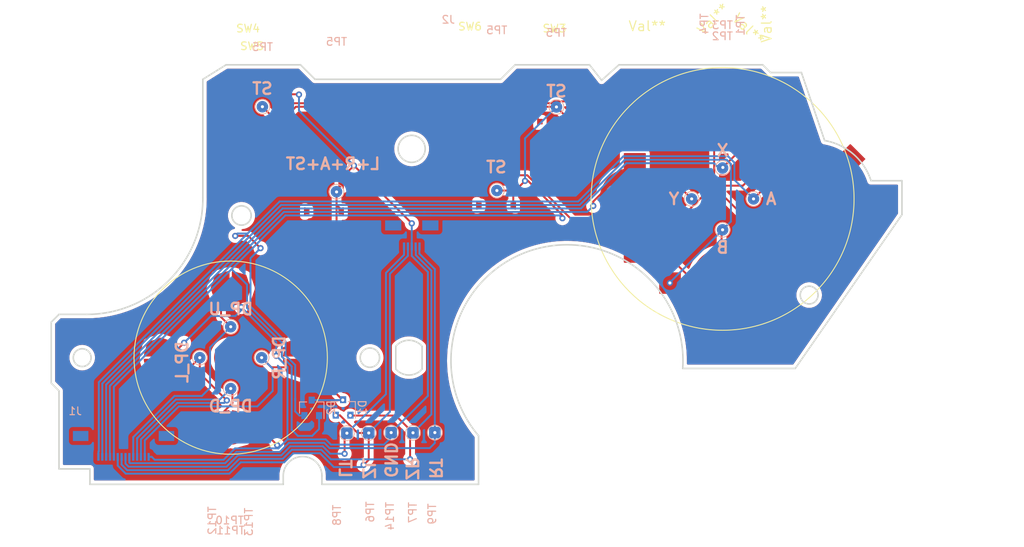
<source format=kicad_pcb>
(kicad_pcb (version 20211014) (generator pcbnew)
  (layers (0 "F.Cu" signal) (31 "B.Cu" signal) (34 "B.Paste" user) (35 "F.Paste" user) (36 "B.SilkS" user "B.Silkscreen") (37 "F.SilkS" user "F.Silkscreen") (38 "B.Mask" user) (39 "F.Mask" user) (44 "Edge.Cuts" user))
  (net 0 "")
  (net 1 "GND")
  (net 2 "BB_BTN_DP_R")
  (net 3 "BB_BTN_DP_L")
  (net 4 "BB_BTN_DP_D")
  (net 5 "BB_BTN_DP_U")
  (net 6 "BB_BTN_RT")
  (net 7 "BB_BTN_LT")
  (net 8 "BB_BTN_ZR")
  (net 9 "BB_BTN_ZL")
  (net 10 "BB_BTN_ST")
  (net 11 "BB_BTN_Y")
  (net 12 "BB_BTN_X")
  (net 13 "BB_BTN_B")
  (net 14 "BB_BTN_A")
  (net 15 "Net-(D1-Pad3)")
  (footprint "procon_gcc:procon_abxy" (layer "F.Cu") (at 166.00932 44.6659)
    (fp_text reference "SW1" hide)
    (fp_text value "procon_abxy" hide)
  )
  (footprint "procon_gcc:procon_dpad" (layer "F.Cu") (at 102.40518 65.21196)
    (fp_text reference "SW2" hide)
    (fp_text value "procon_dpad" hide)
  )
  (footprint "procon_gcc:TL3315NFxxxQ" (layer "F.Cu") (at 142.38486 31.16072)
    (fp_text reference "SW3")
    (fp_text value " TL3315NF100Q")
  )
  (footprint "procon_gcc:TL3315NFxxxQ" (layer "F.Cu") (at 112.234 42.804)
    (fp_text reference "SW4")
    (fp_text value " TL3315NF100Q")
  )
  (footprint "procon_gcc:TL3315NFxxxQ" (layer "F.Cu") (at 104.504 31.124)
    (fp_text reference "SW5")
    (fp_text value " TL3315NF100Q")
  )
  (footprint "procon_gcc:ABXY_Contact_Omron_Switch" (layer "F.Cu") (at 166.054 55.074 -90)
    (fp_text reference "Ref**" hide)
    (fp_text value "Val**")
  )
  (footprint "procon_gcc:ABXY_Contact_Omron_Switch" (layer "F.Cu") (at 166.054 34.304 45)
    (fp_text reference "Ref**" hide)
    (fp_text value "Val**")
  )
  (footprint "procon_gcc:ABXY_Contact_Omron_Switch" (layer "F.Cu") (at 154.134 44.684)
    (fp_text reference "Ref**" hide)
    (fp_text value "Val**")
  )
  (footprint "procon_gcc:TL3315NFxxxQ" (layer "F.Cu") (at 134.494 41.994)
    (fp_text reference "SW6")
    (fp_text value " TL3315NF100Q")
  )
  (footprint "procon_gcc:ABXY_Contact_Omron_Switch" (layer "F.Cu") (at 178.024 44.694 135)
    (fp_text reference "Ref**" hide)
    (fp_text value "Val**")
  )
  (footprint "TestPoint:TestPoint_Pad_D1.5mm" (layer "B.Cu") (at 162.00932 44.6659 90)
    (fp_text reference "TP4")
    (fp_text value "TestPoint")
  )
  (footprint "TestPoint:TestPoint_Pad_D1.5mm" (layer "B.Cu") (at 123.153 74.91)
    (fp_text reference "TP14")
    (fp_text value "TestPoint")
  )
  (footprint "TestPoint:TestPoint_Pad_D1.5mm" (layer "B.Cu") (at 117.428 74.985)
    (fp_text reference "TP8")
    (fp_text value "TestPoint")
  )
  (footprint "TestPoint:TestPoint_Pad_D1.5mm" (layer "B.Cu") (at 120.253 74.96)
    (fp_text reference "TP6")
    (fp_text value "TestPoint")
  )
  (footprint "TestPoint:TestPoint_Pad_D1.5mm" (layer "B.Cu") (at 125.978 74.935)
    (fp_text reference "TP7")
    (fp_text value "TestPoint")
  )
  (footprint "TestPoint:TestPoint_Pad_D1.5mm" (layer "B.Cu") (at 128.803 74.91)
    (fp_text reference "TP9")
    (fp_text value "TestPoint")
  )
  (footprint "TestPoint:TestPoint_Pad_D1.5mm" (layer "B.Cu") (at 166.00932 40.6659)
    (fp_text reference "TP3")
    (fp_text value "TestPoint")
  )
  (footprint "TestPoint:TestPoint_Pad_D1.5mm" (layer "B.Cu") (at 170.00932 44.6659 -90)
    (fp_text reference "TP1")
    (fp_text value "TestPoint")
  )
  (footprint "TestPoint:TestPoint_Pad_D1.5mm" (layer "B.Cu") (at 98.40518 65.21196 90)
    (fp_text reference "TP12")
    (fp_text value "TestPoint")
  )
  (footprint "TestPoint:TestPoint_Pad_D1.5mm" (layer "B.Cu") (at 106.40518 65.21196 -90)
    (fp_text reference "TP13")
    (fp_text value "TestPoint")
  )
  (footprint "TestPoint:TestPoint_Pad_D1.5mm" (layer "B.Cu") (at 102.40518 61.21196)
    (fp_text reference "TP10")
    (fp_text value "TestPoint")
  )
  (footprint "TestPoint:TestPoint_Pad_D1.5mm" (layer "B.Cu") (at 166.00932 48.6659 180)
    (fp_text reference "TP2")
    (fp_text value "TestPoint")
  )
  (footprint "procon_gcc:molex_5051100592_5P" (layer "B.Cu") (at 124.8189 50.8)
    (fp_text reference "J2")
    (fp_text value "bumpers")
  )
  (footprint "procon_gcc:molex_5051101492_14P" (layer "B.Cu") (at 85.3 78.05)
    (fp_text reference "J1")
    (fp_text value "Button Board")
  )
  (footprint "TestPoint:TestPoint_Pad_D1.5mm" (layer "B.Cu") (at 144.526 32.766)
    (fp_text reference "TP5")
    (fp_text value "TestPoint")
  )
  (footprint "TestPoint:TestPoint_Pad_D1.5mm" (layer "B.Cu") (at 102.40518 69.21196 180)
    (fp_text reference "TP11")
    (fp_text value "TestPoint")
  )
  (footprint "TestPoint:TestPoint_Pad_D1.5mm" (layer "B.Cu") (at 136.824 43.584)
    (fp_text reference "TP5")
    (fp_text value "TestPoint")
  )
  (footprint "TestPoint:TestPoint_Pad_D1.5mm" (layer "B.Cu") (at 116.084 43.734)
    (fp_text reference "TP5")
    (fp_text value "TestPoint")
  )
  (footprint "Package_TO_SOT_SMD:SOT-23" (layer "B.Cu") (at 116.944 71.654 90)
    (fp_text reference "D1")
    (fp_text value "BAV70")
  )
  (footprint "Package_TO_SOT_SMD:SOT-23" (layer "B.Cu") (at 112.884 71.704 90)
    (fp_text reference "D2")
    (fp_text value "BAV70")
  )
  (footprint "TestPoint:TestPoint_Pad_D1.5mm" (layer "B.Cu") (at 106.504 32.734)
    (fp_text reference "TP5")
    (fp_text value "TestPoint")
  )
  (gr_line (start 101.80328 27.312388) (end 98.80328 29.187081) (layer "Edge.Cuts") (width 0.2))
  (gr_line (start 148.803279 27.312388) (end 139.177971 27.312388) (layer "Edge.Cuts") (width 0.2))
  (gr_line (start 134.453278 81.612388) (end 134.453278 75.312388) (layer "Edge.Cuts") (width 0.2))
  (gr_line (start 189.203279 42.312388) (end 189.203279 46.712388) (layer "Edge.Cuts") (width 0.2))
  (gr_line (start 111.428589 27.312389) (end 101.80328 27.312388) (layer "Edge.Cuts") (width 0.2))
  (gr_line (start 123.753279 66.686329) (end 123.753279 63.738448) (layer "Edge.Cuts") (width 0.2))
  (gr_line (start 109.20328 81.612388) (end 84.20328 81.612388) (layer "Edge.Cuts") (width 0.2))
  (gr_circle (center 177.203279 57.112388) (end 177.203279 58.262388) (layer "Edge.Cuts") (width 0.2) (fill none))
  (gr_line (start 80.20328 79.612388) (end 80.203281 69.512388) (layer "Edge.Cuts") (width 0.2))
  (gr_line (start 114.203279 80.512388) (end 114.203279 81.612388) (layer "Edge.Cuts") (width 0.2))
  (gr_line (start 109.203279 80.512391) (end 109.20328 81.612388) (layer "Edge.Cuts") (width 0.2))
  (gr_line (start 175.403279 66.612387) (end 160.853279 66.612387) (layer "Edge.Cuts") (width 0.2))
  (gr_arc (start 109.203279 80.51239) (mid 111.703278 78.012388) (end 114.203279 80.512388) (layer "Edge.Cuts") (width 0.2))
  (gr_line (start 80.203281 59.612387) (end 83.803279 59.612387) (layer "Edge.Cuts") (width 0.2))
  (gr_line (start 189.203279 46.712388) (end 175.403279 66.612387) (layer "Edge.Cuts") (width 0.2))
  (gr_line (start 127.153278 63.738448) (end 127.153277 66.686329) (layer "Edge.Cuts") (width 0.2))
  (gr_arc (start 179.203279 37.112388) (mid 182.928217 38.875921) (end 185.203279 42.312388) (layer "Edge.Cuts") (width 0.2))
  (gr_arc (start 127.153278 66.686328) (mid 125.453279 67.462388) (end 123.753279 66.686329) (layer "Edge.Cuts") (width 0.2))
  (gr_line (start 98.80328 29.187081) (end 98.80328 44.612388) (layer "Edge.Cuts") (width 0.2))
  (gr_line (start 79.20328 68.512387) (end 79.203279 60.612388) (layer "Edge.Cuts") (width 0.2))
  (gr_line (start 185.203279 42.312388) (end 189.203279 42.312388) (layer "Edge.Cuts") (width 0.2))
  (gr_circle (center 120.40328 65.212387) (end 120.40328 66.462387) (layer "Edge.Cuts") (width 0.2) (fill none))
  (gr_line (start 148.803279 27.312388) (end 150.367211 29.312388) (layer "Edge.Cuts") (width 0.2))
  (gr_circle (center 103.80328 46.812389) (end 103.80328 48.062389) (layer "Edge.Cuts") (width 0.2) (fill none))
  (gr_line (start 150.367211 29.312388) (end 152.603279 27.312388) (layer "Edge.Cuts") (width 0.2))
  (gr_line (start 79.203279 60.612388) (end 80.203281 59.612387) (layer "Edge.Cuts") (width 0.2))
  (gr_line (start 139.177971 27.312388) (end 137.303279 29.18708) (layer "Edge.Cuts") (width 0.2))
  (gr_arc (start 123.753278 63.738448) (mid 125.453278 62.962388) (end 127.153278 63.738448) (layer "Edge.Cuts") (width 0.2))
  (gr_line (start 176.203279 28.312388) (end 179.203279 37.112388) (layer "Edge.Cuts") (width 0.2))
  (gr_line (start 84.20328 79.612388) (end 84.20328 81.612388) (layer "Edge.Cuts") (width 0.2))
  (gr_line (start 134.453278 81.612388) (end 114.203279 81.612388) (layer "Edge.Cuts") (width 0.2))
  (gr_arc (start 98.803279 44.612388) (mid 94.40988 55.218989) (end 83.803279 59.612387) (layer "Edge.Cuts") (width 0.2))
  (gr_line (start 113.30328 29.187081) (end 111.428589 27.312389) (layer "Edge.Cuts") (width 0.2))
  (gr_line (start 84.20328 79.612388) (end 80.20328 79.612388) (layer "Edge.Cuts") (width 0.2))
  (gr_line (start 171.203279 27.312388) (end 172.203279 28.312388) (layer "Edge.Cuts") (width 0.2))
  (gr_line (start 137.303279 29.18708) (end 113.30328 29.187081) (layer "Edge.Cuts") (width 0.2))
  (gr_line (start 172.203279 28.312388) (end 176.203279 28.312388) (layer "Edge.Cuts") (width 0.2))
  (gr_circle (center 83.20328 65.212387) (end 83.20328 66.362387) (layer "Edge.Cuts") (width 0.2) (fill none))
  (gr_line (start 171.203279 27.312388) (end 152.603279 27.312388) (layer "Edge.Cuts") (width 0.2))
  (gr_line (start 80.203281 69.512388) (end 79.20328 68.512387) (layer "Edge.Cuts") (width 0.2))
  (gr_circle (center 125.803279 38.187081) (end 125.803279 39.937081) (layer "Edge.Cuts") (width 0.2) (fill none))
  (gr_arc (start 134.453277 75.312389) (mid 141.19243 51.357058) (end 160.853279 66.612387) (layer "Edge.Cuts") (width 0.2))
  (gr_text "ZL" (at 120.238 79.574 270) (layer "B.SilkS") (effects (font (size 1.5 1.5) (thickness 0.3)) (justify mirror)))
  (gr_text "GND" (at 123.084 78.454 270) (layer "B.SilkS") (effects (font (size 1.5 1.5) (thickness 0.3)) (justify mirror)))
  (gr_text "ZR" (at 125.826 79.574 270) (layer "B.SilkS") (effects (font (size 1.5 1.5) (thickness 0.3)) (justify mirror)))
  (gr_text "RT" (at 128.874 79.574 270) (layer "B.SilkS") (effects (font (size 1.5 1.5) (thickness 0.3)) (justify mirror)))
  (gr_text "LT" (at 117.19 79.574 270) (layer "B.SilkS") (effects (font (size 1.5 1.5) (thickness 0.3)) (justify mirror)))
  (gr_text "DP_D" (at 102.40518 71.49592) (layer "B.SilkS") (effects (font (size 1.5 1.5) (thickness 0.3)) (justify mirror)))
  (gr_text "DP_L" (at 96.12122 65.786 90) (layer "B.SilkS") (effects (font (size 1.5 1.5) (thickness 0.3)) (justify mirror)))
  (gr_text "DP_R" (at 108.68914 65.21196 90) (layer "B.SilkS") (effects (font (size 1.5 1.5) (thickness 0.3)) (justify mirror)))
  (gr_text "ST" (at 144.526 30.734) (layer "B.SilkS") (effects (font (size 1.5 1.5) (thickness 0.3)) (justify mirror)))
  (gr_text "Y" (at 159.72536 44.6659) (layer "B.SilkS") (effects (font (size 1.5 1.5) (thickness 0.3)) (justify mirror)))
  (gr_text "X" (at 166.00932 38.38194) (layer "B.SilkS") (effects (font (size 1.5 1.5) (thickness 0.3)) (justify mirror)))
  (gr_text "A" (at 172.29328 44.6659) (layer "B.SilkS") (effects (font (size 1.5 1.5) (thickness 0.3)) (justify mirror)))
  (gr_text "B" (at 166.00932 50.94986) (layer "B.SilkS") (effects (font (size 1.5 1.5) (thickness 0.3)) (justify mirror)))
  (gr_text "DP_U" (at 102.40518 58.928) (layer "B.SilkS") (effects (font (size 1.5 1.5) (thickness 0.3)) (justify mirror)))
  (gr_text "ST" (at 106.504 30.394) (layer "B.SilkS") (effects (font (size 1.5 1.5) (thickness 0.3)) (justify mirror)))
  (gr_text "ST" (at 136.754 40.554) (layer "B.SilkS") (effects (font (size 1.5 1.5) (thickness 0.3)) (justify mirror)))
  (gr_text "L+R+A+ST" (at 115.634 40.124) (layer "B.SilkS") (effects (font (size 1.5 1.5) (thickness 0.3)) (justify mirror)))
  (segment (start 141.23107 42.07693) (end 146.62004 47.4659) (width 0.25) (layer "F.Cu") (net 1))
  (segment (start 169.3259 47.4859) (end 164.794111 42.954111) (width 0.25) (layer "F.Cu") (net 1))
  (segment (start 103.65518 74.24196) (end 106.12196 74.24196) (width 0.25) (layer "F.Cu") (net 1))
  (segment (start 116.684 42.014) (end 118.344 40.354) (width 0.25) (layer "F.Cu") (net 1))
  (segment (start 110.11599 32.28599) (end 114.90201 32.28599) (width 0.25) (layer "F.Cu") (net 1))
  (segment (start 103.65518 56.24196) (end 103.65518 58.55518) (width 0.25) (layer "F.Cu") (net 1))
  (segment (start 169.114 42.474) (end 168.994 42.594) (width 0.25) (layer "F.Cu") (net 1))
  (segment (start 108.954 31.124) (end 110.11599 32.28599) (width 0.25) (layer "F.Cu") (net 1))
  (segment (start 111.194 31.124) (end 111.234 31.164) (width 0.25) (layer "F.Cu") (net 1))
  (segment (start 109.29604 63.96196) (end 108.284 64.974) (width 0.25) (layer "F.Cu") (net 1))
  (segment (start 154.05932 47.4659) (end 160.282322 47.4659) (width 0.25) (layer "F.Cu") (net 1))
  (segment (start 154.694 48.234) (end 155.184 48.234) (width 0.25) (layer "F.Cu") (net 1))
  (segment (start 95.70604 63.96196) (end 96.384 63.284) (width 0.25) (layer "F.Cu") (net 1))
  (segment (start 125.8189 47.8289) (end 120.824 42.834) (width 0.25) (layer "F.Cu") (net 1))
  (segment (start 144.201 32.041) (end 145.95458 32.041) (width 0.25) (layer "F.Cu") (net 1))
  (segment (start 114.90201 32.28599) (end 114.02599 32.28599) (width 0.25) (layer "F.Cu") (net 1))
  (segment (start 145.95458 32.041) (end 146.83486 31.16072) (width 0.25) (layer "F.Cu") (net 1))
  (segment (start 106.12196 74.24196) (end 108.414 76.534) (width 0.25) (layer "F.Cu") (net 1))
  (segment (start 93.39018 63.96196) (end 95.70604 63.96196) (width 0.25) (layer "F.Cu") (net 1))
  (segment (start 164.794111 42.954111) (end 168.633889 42.954111) (width 0.25) (layer "F.Cu") (net 1))
  (segment (start 164.794111 42.954111) (end 164.921623 42.826599) (width 0.25) (layer "F.Cu") (net 1))
  (segment (start 146.83486 31.18314) (end 146.834 31.184) (width 0.25) (layer "F.Cu") (net 1))
  (segment (start 160.282322 47.4659) (end 164.794111 42.954111) (width 0.25) (layer "F.Cu") (net 1))
  (segment (start 108.954 31.124) (end 111.194 31.124) (width 0.25) (layer "F.Cu") (net 1))
  (segment (start 139.086 32.286) (end 143.980695 32.286) (width 0.25) (layer "F.Cu") (net 1))
  (segment (start 103.65518 58.55518) (end 103.764 58.664) (width 0.25) (layer "F.Cu") (net 1))
  (segment (start 139.328418 41.609582) (end 140.763722 41.609582) (width 0.25) (layer "F.Cu") (net 1))
  (segment (start 146.83486 31.16072) (end 146.83486 31.18314) (width 0.25) (layer "F.Cu") (net 1))
  (segment (start 120.824 42.834) (end 118.344 40.354) (width 0.25) (layer "F.Cu") (net 1))
  (segment (start 155.884 50.484) (end 154.844 51.524) (width 0.25) (layer "F.Cu") (net 1))
  (segment (start 172.594 38.994) (end 169.114 42.474) (width 0.25) (layer "F.Cu") (net 1))
  (segment (start 103.65518 74.24196) (end 103.65518 74.31518) (width 0.25) (layer "F.Cu") (net 1))
  (segment (start 163.237671 57.8559) (end 165.95932 57.8559) (width 0.25) (layer "F.Cu") (net 1))
  (segment (start 165.98932 37.0759) (end 152.75004 37.0759) (width 0.25) (layer "F.Cu") (net 1))
  (segment (start 103.65518 56.24196) (end 103.65518 56.25518) (width 0.25) (layer "F.Cu") (net 1))
  (segment (start 168.866536 57.8559) (end 177.87932 48.843116) (width 0.25) (layer "F.Cu") (net 1))
  (segment (start 165.95932 57.8559) (end 168.866536 57.8559) (width 0.25) (layer "F.Cu") (net 1))
  (segment (start 111.39018 63.96196) (end 109.29604 63.96196) (width 0.25) (layer "F.Cu") (net 1))
  (segment (start 103.65518 56.25518) (end 103.764 56.364) (width 0.25) (layer "F.Cu") (net 1))
  (segment (start 152.75004 37.0759) (end 146.83486 31.16072) (width 0.25) (layer "F.Cu") (net 1))
  (segment (start 119.904 41.914) (end 120.824 42.834) (width 0.25) (layer "F.Cu") (net 1))
  (segment (start 146.62004 47.4659) (end 154.05932 47.4659) (width 0.25) (layer "F.Cu") (net 1))
  (segment (start 116.684 42.804) (end 116.684 42.014) (width 0.25) (layer "F.Cu") (net 1))
  (segment (start 155.184 48.234) (end 161.384 54.434) (width 0.25) (layer "F.Cu") (net 1))
  (segment (start 103.65518 74.31518) (end 103.674 74.334) (width 0.25) (layer "F.Cu") (net 1))
  (segment (start 165.994 59.599) (end 163.349 59.599) (width 0.25) (layer "F.Cu") (net 1))
  (segment (start 164.921623 42.826599) (end 164.921623 38.143597) (width 0.25) (layer "F.Cu") (net 1))
  (segment (start 168.633889 42.954111) (end 169.114 42.474) (width 0.25) (layer "F.Cu") (net 1))
  (segment (start 144.201 32.065695) (end 144.201 32.041) (width 0.25) (layer "F.Cu") (net 1))
  (segment (start 155.884 48.864) (end 155.884 50.484) (width 0.25) (layer "F.Cu") (net 1))
  (segment (start 161.384 54.434) (end 161.384 56.00294) (width 0.25) (layer "F.Cu") (net 1))
  (segment (start 143.980695 32.286) (end 144.201 32.065695) (width 0.25) (layer "F.Cu") (net 1))
  (segment (start 165.994 58.209) (end 165.994 59.599) (width 0.25) (layer "F.Cu") (net 1))
  (segment (start 140.763722 41.609582) (end 141.23107 42.07693) (width 0.25) (layer "F.Cu") (net 1))
  (segment (start 138.944 41.994) (end 139.328418 41.609582) (width 0.25) (layer "F.Cu") (net 1))
  (segment (start 164.921623 38.143597) (end 165.98932 37.0759) (width 0.25) (layer "F.Cu") (net 1))
  (segment (start 177.87932 48.843116) (end 177.87932 47.4859) (width 0.25) (layer "F.Cu") (net 1))
  (segment (start 139.08599 32.28599) (end 139.086 32.286) (width 0.25) (layer "F.Cu") (net 1))
  (segment (start 177.87932 47.4859) (end 169.3259 47.4859) (width 0.25) (layer "F.Cu") (net 1))
  (segment (start 139.08599 32.28599) (end 114.90201 32.28599) (width 0.25) (layer "F.Cu") (net 1))
  (segment (start 163.349 59.599) (end 161.384 57.634) (width 0.25) (layer "F.Cu") (net 1))
  (segment (start 161.384 57.634) (end 161.384 54.434) (width 0.25) (layer "F.Cu") (net 1))
  (via (at 103.764 58.664) (size 0.8) (drill 0.4) (layers "F.Cu" "B.Cu") (net 1))
  (via (at 125.8189 47.8289) (size 0.8) (drill 0.4) (layers "F.Cu" "B.Cu") (net 1))
  (via (at 96.384 63.284) (size 0.8) (drill 0.4) (layers "F.Cu" "B.Cu") (net 1))
  (via (at 118.344 40.354) (size 0.8) (drill 0.4) (layers "F.Cu" "B.Cu") (net 1))
  (via (at 123.153 74.91) (size 0.8) (drill 0.4) (layers "F.Cu" "B.Cu") (net 1))
  (via (at 108.414 76.534) (size 0.8) (drill 0.4) (layers "F.Cu" "B.Cu") (net 1))
  (via (at 108.284 64.974) (size 0.8) (drill 0.4) (layers "F.Cu" "B.Cu") (net 1))
  (via (at 111.234 31.164) (size 0.8) (drill 0.4) (layers "F.Cu" "B.Cu") (net 1))
  (segment (start 108.414 76.534) (end 108.5738 76.6938) (width 0.25) (layer "B.Cu") (net 1))
  (segment (start 102.869 77.049) (end 102.96182 76.95618) (width 0.25) (layer "B.Cu") (net 1))
  (segment (start 108.5738 76.6938) (end 108.5738 76.95618) (width 0.25) (layer "B.Cu") (net 1))
  (segment (start 100.214 59.824) (end 101.034 59.824) (width 0.25) (layer "B.Cu") (net 1))
  (segment (start 107.30618 76.95618) (end 108.5738 76.95618) (width 0.25) (layer "B.Cu") (net 1))
  (segment (start 101.034 59.824) (end 101.564 59.824) (width 0.25) (layer "B.Cu") (net 1))
  (segment (start 102.96182 76.95618) (end 107.30618 76.95618) (width 0.25) (layer "B.Cu") (net 1))
  (segment (start 111.234 33.244) (end 111.234 31.164) (width 0.25) (layer "B.Cu") (net 1))
  (segment (start 103.764 58.664) (end 103.764 59.074) (width 0.25) (layer "B.Cu") (net 1))
  (segment (start 108.284 64.974) (end 108.284 63.184) (width 0.25) (layer "B.Cu") (net 1))
  (segment (start 103.014 59.824) (end 101.034 59.824) (width 0.25) (layer "B.Cu") (net 1))
  (segment (start 125.8189 50.8) (end 125.8189 47.8289) (width 0.25) (layer "B.Cu") (net 1))
  (segment (start 101.493009 78.424991) (end 102.869 77.049) (width 0.25) (layer "B.Cu") (net 1))
  (segment (start 127.90298 70.16002) (end 127.90298 54.12939) (width 0.25) (layer "B.Cu") (net 1))
  (segment (start 127.90298 54.12939) (end 125.8189 52.04531) (width 0.25) (layer "B.Cu") (net 1))
  (segment (start 114.693476 75.787836) (end 115.374628 76.468988) (width 0.25) (layer "B.Cu") (net 1))
  (segment (start 118.344 40.354) (end 111.234 33.244) (width 0.25) (layer "B.Cu") (net 1))
  (segment (start 115.374628 76.468988) (end 122.229012 76.468988) (width 0.25) (layer "B.Cu") (net 1))
  (segment (start 92.574991 78.424991) (end 101.493009 78.424991) (width 0.25) (layer "B.Cu") (net 1))
  (segment (start 109.742149 75.787835) (end 114.693476 75.787836) (width 0.25) (layer "B.Cu") (net 1))
  (segment (start 108.284 63.184) (end 103.764 58.664) (width 0.25) (layer "B.Cu") (net 1))
  (segment (start 96.384 63.284) (end 99.844 59.824) (width 0.25) (layer "B.Cu") (net 1))
  (segment (start 91.8 78.05) (end 92.2 78.05) (width 0.25) (layer "B.Cu") (net 1))
  (segment (start 108.5738 76.95618) (end 109.742149 75.787835) (width 0.25) (layer "B.Cu") (net 1))
  (segment (start 123.153 75.545) (end 123.153 74.91) (width 0.25) (layer "B.Cu") (net 1))
  (segment (start 103.764 59.074) (end 103.014 59.824) (width 0.25) (layer "B.Cu") (net 1))
  (segment (start 122.229012 76.468988) (end 123.153 75.545) (width 0.25) (layer "B.Cu") (net 1))
  (segment (start 109.742149 66.432149) (end 108.284 64.974) (width 0.25) (layer "B.Cu") (net 1))
  (segment (start 123.153 74.91) (end 127.90298 70.16002) (width 0.25) (layer "B.Cu") (net 1))
  (segment (start 92.2 78.05) (end 92.574991 78.424991) (width 0.25) (layer "B.Cu") (net 1))
  (segment (start 99.844 59.824) (end 100.214 59.824) (width 0.25) (layer "B.Cu") (net 1))
  (segment (start 109.742149 75.787835) (end 109.742149 66.432149) (width 0.25) (layer "B.Cu") (net 1))
  (segment (start 125.8189 52.04531) (end 125.8189 50.8) (width 0.25) (layer "B.Cu") (net 1))
  (segment (start 107.65518 66.46196) (end 106.40518 65.21196) (width 0.25) (layer "F.Cu") (net 2))
  (segment (start 111.38018 66.46196) (end 107.65518 66.46196) (width 0.25) (layer "F.Cu") (net 2))
  (via (at 106.40518 65.21196) (size 0.8) (drill 0.4) (layers "F.Cu" "B.Cu") (net 2))
  (segment (start 107.83399 69.52401) (end 107.83399 66.64077) (width 0.25) (layer "B.Cu") (net 2))
  (segment (start 91.3 75.914998) (end 95.692499 71.522499) (width 0.25) (layer "B.Cu") (net 2))
  (segment (start 91.3 78.05) (end 91.3 75.914998) (width 0.25) (layer "B.Cu") (net 2))
  (segment (start 105.849091 71.522499) (end 107.094 70.27759) (width 0.25) (layer "B.Cu") (net 2))
  (segment (start 95.692499 71.522499) (end 105.849091 71.522499) (width 0.25) (layer "B.Cu") (net 2))
  (segment (start 107.83399 66.64077) (end 106.40518 65.21196) (width 0.25) (layer "B.Cu") (net 2))
  (segment (start 107.094 70.27759) (end 107.094 70.264) (width 0.25) (layer "B.Cu") (net 2))
  (segment (start 107.094 70.264) (end 107.83399 69.52401) (width 0.25) (layer "B.Cu") (net 2))
  (segment (start 98.40518 67.24518) (end 98.40518 65.21196) (width 0.25) (layer "F.Cu") (net 3))
  (segment (start 101.901223 70.741223) (end 98.40518 67.24518) (width 0.25) (layer "F.Cu") (net 3))
  (segment (start 93.38018 66.46196) (end 97.15518 66.46196) (width 0.25) (layer "F.Cu") (net 3))
  (segment (start 97.15518 66.46196) (end 98.40518 65.21196) (width 0.25) (layer "F.Cu") (net 3))
  (via (at 98.40518 65.21196) (size 0.8) (drill 0.4) (layers "F.Cu" "B.Cu") (net 3))
  (via (at 101.901223 70.741223) (size 0.8) (drill 0.4) (layers "F.Cu" "B.Cu") (net 3))
  (segment (start 90.8 75.778588) (end 95.506099 71.072489) (width 0.25) (layer "B.Cu") (net 3))
  (segment (start 101.569957 71.072489) (end 101.901223 70.741223) (width 0.25) (layer "B.Cu") (net 3))
  (segment (start 100.025511 71.072489) (end 101.569957 71.072489) (width 0.25) (layer "B.Cu") (net 3))
  (segment (start 95.506099 71.072489) (end 100.025511 71.072489) (width 0.25) (layer "B.Cu") (net 3))
  (segment (start 90.8 78.05) (end 90.8 75.778588) (width 0.25) (layer "B.Cu") (net 3))
  (segment (start 102.626224 69.433004) (end 102.40518 69.21196) (width 0.25) (layer "F.Cu") (net 4))
  (segment (start 101.15518 74.23196) (end 101.15518 72.560268) (width 0.25) (layer "F.Cu") (net 4))
  (segment (start 101.15518 72.560268) (end 102.626224 71.089224) (width 0.25) (layer "F.Cu") (net 4))
  (segment (start 102.626224 71.089224) (end 102.626224 69.433004) (width 0.25) (layer "F.Cu") (net 4))
  (via (at 102.40518 69.21196) (size 0.8) (drill 0.4) (layers "F.Cu" "B.Cu") (net 4))
  (segment (start 90.349991 75.592187) (end 95.319699 70.622479) (width 0.25) (layer "B.Cu") (net 4))
  (segment (start 100.994661 70.622479) (end 102.40518 69.21196) (width 0.25) (layer "B.Cu") (net 4))
  (segment (start 90.34999 75.642178) (end 90.349991 75.592187) (width 0.25) (layer "B.Cu") (net 4))
  (segment (start 90.3 75.642178) (end 90.34999 75.642178) (width 0.25) (layer "B.Cu") (net 4))
  (segment (start 90.3 78.05) (end 90.3 75.642178) (width 0.25) (layer "B.Cu") (net 4))
  (segment (start 95.319699 70.622479) (end 100.994661 70.622479) (width 0.25) (layer "B.Cu") (net 4))
  (segment (start 101.15518 59.96196) (end 102.40518 61.21196) (width 0.25) (layer "F.Cu") (net 5))
  (segment (start 101.15518 56.23196) (end 101.15518 59.96196) (width 0.25) (layer "F.Cu") (net 5))
  (via (at 102.40518 61.21196) (size 0.8) (drill 0.4) (layers "F.Cu" "B.Cu") (net 5))
  (segment (start 89.8 78.05) (end 89.8 75.505768) (width 0.25) (layer "B.Cu") (net 5))
  (segment (start 89.8 75.505768) (end 95.133299 70.172469) (width 0.25) (layer "B.Cu") (net 5))
  (segment (start 99.734 63.88314) (end 102.40518 61.21196) (width 0.25) (layer "B.Cu") (net 5))
  (segment (start 98.675531 70.172469) (end 99.734 69.114) (width 0.25) (layer "B.Cu") (net 5))
  (segment (start 99.734 69.114) (end 99.734 63.88314) (width 0.25) (layer "B.Cu") (net 5))
  (segment (start 95.133299 70.172469) (end 98.675531 70.172469) (width 0.25) (layer "B.Cu") (net 5))
  (via (at 128.803 74.91) (size 0.8) (drill 0.4) (layers "F.Cu" "B.Cu") (net 6))
  (segment (start 126.804 50.994) (end 126.804 51.75759) (width 0.25) (layer "B.Cu") (net 6))
  (segment (start 114.507075 76.237845) (end 115.188228 76.918998) (width 0.25) (layer "B.Cu") (net 6))
  (segment (start 128.803 53.75659) (end 128.803 53.955) (width 0.25) (layer "B.Cu") (net 6))
  (segment (start 115.188228 76.918998) (end 128.139002 76.918998) (width 0.25) (layer "B.Cu") (net 6))
  (segment (start 128.139002 76.918998) (end 128.803 76.255) (width 0.25) (layer "B.Cu") (net 6))
  (segment (start 126.8189 50.9791) (end 126.804 50.994) (width 0.25) (layer "B.Cu") (net 6))
  (segment (start 89.389999 78.875001) (end 101.679409 78.875001) (width 0.25) (layer "B.Cu") (net 6))
  (segment (start 89.3 78.785002) (end 89.389999 78.875001) (width 0.25) (layer "B.Cu") (net 6))
  (segment (start 126.8189 50.8) (end 126.8189 50.9791) (width 0.25) (layer "B.Cu") (net 6))
  (segment (start 89.3 78.05) (end 89.3 78.785002) (width 0.25) (layer "B.Cu") (net 6))
  (segment (start 109.928548 76.237844) (end 114.507075 76.237845) (width 0.25) (layer "B.Cu") (net 6))
  (segment (start 101.679409 78.875001) (end 103.14822 77.40619) (width 0.25) (layer "B.Cu") (net 6))
  (segment (start 126.804 51.75759) (end 128.803 53.75659) (width 0.25) (layer "B.Cu") (net 6))
  (segment (start 128.803 74.91) (end 128.803 53.955) (width 0.25) (layer "B.Cu") (net 6))
  (segment (start 128.803 76.255) (end 128.803 74.91) (width 0.25) (layer "B.Cu") (net 6))
  (segment (start 108.760199 77.40619) (end 109.928548 76.237844) (width 0.25) (layer "B.Cu") (net 6))
  (segment (start 103.14822 77.40619) (end 108.760199 77.40619) (width 0.25) (layer "B.Cu") (net 6))
  (segment (start 117.134 77.643999) (end 117.134 75.279) (width 0.25) (layer "F.Cu") (net 7))
  (segment (start 117.134 75.279) (end 117.428 74.985) (width 0.25) (layer "F.Cu") (net 7))
  (via (at 117.428 74.985) (size 0.8) (drill 0.4) (layers "F.Cu" "B.Cu") (net 7))
  (via (at 117.134 77.643999) (size 0.8) (drill 0.4) (layers "F.Cu" "B.Cu") (net 7))
  (segment (start 114.320674 76.687854) (end 115.276819 77.643999) (width 0.25) (layer "B.Cu") (net 7))
  (segment (start 122.4815 54.2365) (end 124.8189 51.8991) (width 0.25) (layer "B.Cu") (net 7))
  (segment (start 124.8189 51.8991) (end 124.8189 50.8) (width 0.25) (layer "B.Cu") (net 7))
  (segment (start 101.86581 79.32501) (end 103.33462 77.8562) (width 0.25) (layer "B.Cu") (net 7))
  (segment (start 103.33462 77.8562) (end 108.946598 77.8562) (width 0.25) (layer "B.Cu") (net 7))
  (segment (start 115.276819 77.643999) (end 117.134 77.643999) (width 0.25) (layer "B.Cu") (net 7))
  (segment (start 89.203599 79.325011) (end 101.86581 79.32501) (width 0.25) (layer "B.Cu") (net 7))
  (segment (start 88.8 78.05) (end 88.8 78.921412) (width 0.25) (layer "B.Cu") (net 7))
  (segment (start 88.8 78.921412) (end 89.203599 79.325011) (width 0.25) (layer "B.Cu") (net 7))
  (segment (start 122.4815 69.9315) (end 122.4815 54.2365) (width 0.25) (layer "B.Cu") (net 7))
  (segment (start 108.946598 77.8562) (end 110.114947 76.687853) (width 0.25) (layer "B.Cu") (net 7))
  (segment (start 117.428 74.985) (end 122.4815 69.9315) (width 0.25) (layer "B.Cu") (net 7))
  (segment (start 110.114947 76.687853) (end 114.320674 76.687854) (width 0.25) (layer "B.Cu") (net 7))
  (segment (start 117.864 72.704) (end 123.747 72.704) (width 0.25) (layer "F.Cu") (net 8))
  (segment (start 125.978 74.935) (end 123.8205 72.7775) (width 0.25) (layer "F.Cu") (net 8))
  (segment (start 125.604 78.364) (end 125.604 75.309) (width 0.25) (layer "F.Cu") (net 8))
  (segment (start 125.604 75.309) (end 125.978 74.935) (width 0.25) (layer "F.Cu") (net 8))
  (segment (start 123.747 72.704) (end 123.8205 72.7775) (width 0.25) (layer "F.Cu") (net 8))
  (via (at 125.978 74.935) (size 0.8) (drill 0.4) (layers "F.Cu" "B.Cu") (net 8))
  (via (at 117.864 72.704) (size 0.8) (drill 0.4) (layers "F.Cu" "B.Cu") (net 8))
  (via (at 125.604 78.364) (size 0.8) (drill 0.4) (layers "F.Cu" "B.Cu") (net 8))
  (segment (start 127.939 72.969) (end 128.35299 72.55501) (width 0.25) (layer "B.Cu") (net 8))
  (segment (start 126.3189 51.3189) (end 126.343899 51.343899) (width 0.25) (layer "B.Cu") (net 8))
  (segment (start 110.301346 77.137862) (end 114.134273 77.137863) (width 0.25) (layer "B.Cu") (net 8))
  (segment (start 126.343899 51.343899) (end 126.343899 51.933899) (width 0.25) (layer "B.Cu") (net 8))
  (segment (start 126.3189 50.8) (end 126.3189 51.3189) (width 0.25) (layer "B.Cu") (net 8))
  (segment (start 88.3 78.05) (end 88.3 79.057822) (width 0.25) (layer "B.Cu") (net 8))
  (segment (start 125.978 74.935) (end 127.939 72.974) (width 0.25) (layer "B.Cu") (net 8))
  (segment (start 98.832979 79.775021) (end 99.154 79.775021) (width 0.25) (layer "B.Cu") (net 8))
  (segment (start 128.35299 72.55501) (end 128.35299 53.94299) (width 0.25) (layer "B.Cu") (net 8))
  (segment (start 109.132998 78.30621) (end 110.301346 77.137862) (width 0.25) (layer "B.Cu") (net 8))
  (segment (start 114.134273 77.137863) (end 115.365409 78.368999) (width 0.25) (layer "B.Cu") (net 8))
  (segment (start 124.358999 78.368999) (end 124.363998 78.364) (width 0.25) (layer "B.Cu") (net 8))
  (segment (start 117.894 72.654) (end 117.894 72.674) (width 0.25) (layer "B.Cu") (net 8))
  (segment (start 115.365409 78.368999) (end 124.358999 78.368999) (width 0.25) (layer "B.Cu") (net 8))
  (segment (start 117.894 72.674) (end 117.864 72.704) (width 0.25) (layer "B.Cu") (net 8))
  (segment (start 103.52102 78.30621) (end 109.132998 78.30621) (width 0.25) (layer "B.Cu") (net 8))
  (segment (start 88.3 79.057822) (end 89.017199 79.775021) (width 0.25) (layer "B.Cu") (net 8))
  (segment (start 126.343899 51.933899) (end 128.35299 53.94299) (width 0.25) (layer "B.Cu") (net 8))
  (segment (start 127.939 72.974) (end 127.939 72.969) (width 0.25) (layer "B.Cu") (net 8))
  (segment (start 124.363998 78.364) (end 125.604 78.364) (width 0.25) (layer "B.Cu") (net 8))
  (segment (start 98.832979 79.775021) (end 102.052209 79.775021) (width 0.25) (layer "B.Cu") (net 8))
  (segment (start 103.318615 78.508615) (end 103.52102 78.30621) (width 0.25) (layer "B.Cu") (net 8))
  (segment (start 102.052209 79.775021) (end 103.318615 78.508615) (width 0.25) (layer "B.Cu") (net 8))
  (segment (start 89.017199 79.775021) (end 98.832979 79.775021) (width 0.25) (layer "B.Cu") (net 8))
  (segment (start 119.594 79.094) (end 120.253 78.435) (width 0.25) (layer "F.Cu") (net 9))
  (segment (start 116.539685 72.684) (end 118.815685 74.96) (width 0.25) (layer "F.Cu") (net 9))
  (segment (start 118.815685 74.96) (end 120.253 74.96) (width 0.25) (layer "F.Cu") (net 9))
  (segment (start 120.253 78.435) (end 120.253 74.96) (width 0.25) (layer "F.Cu") (net 9))
  (segment (start 115.974 72.684) (end 116.539685 72.684) (width 0.25) (layer "F.Cu") (net 9))
  (via (at 119.594 79.094) (size 0.8) (drill 0.4) (layers "F.Cu" "B.Cu") (net 9))
  (via (at 115.974 72.684) (size 0.8) (drill 0.4) (layers "F.Cu" "B.Cu") (net 9))
  (via (at 120.253 74.96) (size 0.8) (drill 0.4) (layers "F.Cu" "B.Cu") (net 9))
  (segment (start 88.830799 80.225031) (end 97.954 80.225031) (width 0.25) (layer "B.Cu") (net 9))
  (segment (start 119.314 79.374) (end 119.594 79.094) (width 0.25) (layer "B.Cu") (net 9))
  (segment (start 125.3189 52.03551) (end 125.3189 50.8) (width 0.25) (layer "B.Cu") (net 9))
  (segment (start 120.253 74.96) (end 122.987205 72.225795) (width 0.25) (layer "B.Cu") (net 9))
  (segment (start 87.8 79.194232) (end 88.830799 80.225031) (width 0.25) (layer "B.Cu") (net 9))
  (segment (start 109.319398 78.75622) (end 110.487746 77.587872) (width 0.25) (layer "B.Cu") (net 9))
  (segment (start 87.8 78.05) (end 87.8 79.194232) (width 0.25) (layer "B.Cu") (net 9))
  (segment (start 110.487746 77.587872) (end 113.947872 77.587872) (width 0.25) (layer "B.Cu") (net 9))
  (segment (start 115.734 79.374) (end 119.314 79.374) (width 0.25) (layer "B.Cu") (net 9))
  (segment (start 115.994 72.654) (end 115.994 72.664) (width 0.25) (layer "B.Cu") (net 9))
  (segment (start 122.987205 54.367205) (end 125.3189 52.03551) (width 0.25) (layer "B.Cu") (net 9))
  (segment (start 115.994 72.664) (end 115.974 72.684) (width 0.25) (layer "B.Cu") (net 9))
  (segment (start 122.987205 72.225795) (end 122.987205 54.367205) (width 0.25) (layer "B.Cu") (net 9))
  (segment (start 107.724 78.75622) (end 109.319398 78.75622) (width 0.25) (layer "B.Cu") (net 9))
  (segment (start 103.70742 78.75622) (end 107.724 78.75622) (width 0.25) (layer "B.Cu") (net 9))
  (segment (start 102.23861 80.22503) (end 103.70742 78.75622) (width 0.25) (layer "B.Cu") (net 9))
  (segment (start 113.947872 77.587872) (end 115.734 79.374) (width 0.25) (layer "B.Cu") (net 9))
  (segment (start 97.954 80.225031) (end 102.23861 80.22503) (width 0.25) (layer "B.Cu") (net 9))
  (segment (start 146.83486 34.66072) (end 146.42072 34.66072) (width 0.25) (layer "F.Cu") (net 10))
  (segment (start 145.294 46.77627) (end 140.852313 42.334583) (width 0.25) (layer "F.Cu") (net 10))
  (segment (start 140.463417 42.334583) (end 139.214 43.584) (width 0.25) (layer "F.Cu") (net 10))
  (segment (start 139.214 43.584) (end 136.824 43.584) (width 0.25) (layer "F.Cu") (net 10))
  (segment (start 108.394 34.624) (end 106.504 32.734) (width 0.25) (layer "F.Cu") (net 10))
  (segment (start 144.526 32.766) (end 144.496 32.736) (width 0.25) (layer "F.Cu") (net 10))
  (segment (start 145.294 47.165166) (end 145.294 46.77627) (width 0.25) (layer "F.Cu") (net 10))
  (segment (start 146.42072 34.66072) (end 144.526 32.766) (width 0.25) (layer "F.Cu") (net 10))
  (segment (start 110.842 32.736) (end 111.042 32.736) (width 0.25) (layer "F.Cu") (net 10))
  (segment (start 140.852313 42.334583) (end 140.463417 42.334583) (width 0.25) (layer "F.Cu") (net 10))
  (segment (start 108.954 34.624) (end 110.842 32.736) (width 0.25) (layer "F.Cu") (net 10))
  (segment (start 138.944 45.494) (end 138.944 43.854) (width 0.25) (layer "F.Cu") (net 10))
  (segment (start 138.944 43.854) (end 139.214 43.584) (width 0.25) (layer "F.Cu") (net 10))
  (segment (start 144.496 32.736) (end 111.042 32.736) (width 0.25) (layer "F.Cu") (net 10))
  (segment (start 106.506 32.736) (end 106.504 32.734) (width 0.25) (layer "F.Cu") (net 10))
  (segment (start 145.298417 47.169583) (end 145.294 47.165166) (width 0.25) (layer "F.Cu") (net 10))
  (segment (start 108.954 34.624) (end 108.394 34.624) (width 0.25) (layer "F.Cu") (net 10))
  (segment (start 144.396 32.766) (end 144.526 32.766) (width 0.25) (layer "F.Cu") (net 10))
  (via (at 136.824 43.584) (size 0.8) (drill 0.4) (layers "F.Cu" "B.Cu") (net 10))
  (via (at 145.298417 47.169583) (size 0.8) (drill 0.4) (layers "F.Cu" "B.Cu") (net 10))
  (via (at 106.504 32.734) (size 0.8) (drill 0.4) (layers "F.Cu" "B.Cu") (net 10))
  (via (at 140.463417 42.334583) (size 0.8) (drill 0.4) (layers "F.Cu" "B.Cu") (net 10))
  (via (at 144.526 32.766) (size 0.8) (drill 0.4) (layers "F.Cu" "B.Cu") (net 10))
  (segment (start 140.463417 36.828583) (end 144.526 32.766) (width 0.25) (layer "B.Cu") (net 10))
  (segment (start 109.024 65.07759) (end 110.294 66.34759) (width 0.25) (layer "B.Cu") (net 10))
  (segment (start 144.932834 46.804) (end 145.298417 47.169583) (width 0.25) (layer "B.Cu") (net 10))
  (segment (start 111.087826 75.337826) (end 112.940174 75.337826) (width 0.25) (layer "B.Cu") (net 10))
  (segment (start 104.514 58.77759) (end 109.024 63.28759) (width 0.25) (layer "B.Cu") (net 10))
  (segment (start 102.519569 53.759569) (end 104.585138 51.694) (width 0.25) (layer "B.Cu") (net 10))
  (segment (start 112.940174 75.337826) (end 113.834 74.444) (width 0.25) (layer "B.Cu") (net 10))
  (segment (start 113.834 72.704) (end 113.834 74.444) (width 0.25) (layer "B.Cu") (net 10))
  (segment (start 87.3 68.979138) (end 102.519569 53.759569) (width 0.25) (layer "B.Cu") (net 10))
  (segment (start 104.585138 51.694) (end 109.475138 46.804) (width 0.25) (layer "B.Cu") (net 10))
  (segment (start 102.519569 53.759569) (end 104.514 55.754) (width 0.25) (layer "B.Cu") (net 10))
  (segment (start 110.294 66.34759) (end 110.294 74.544) (width 0.25) (layer "B.Cu") (net 10))
  (segment (start 128.264 46.804) (end 144.932834 46.804) (width 0.25) (layer "B.Cu") (net 10))
  (segment (start 140.463417 42.334583) (end 140.463417 36.828583) (width 0.25) (layer "B.Cu") (net 10))
  (segment (start 109.024 63.28759) (end 109.024 65.07759) (width 0.25) (layer "B.Cu") (net 10))
  (segment (start 87.3 78.05) (end 87.3 68.979138) (width 0.25) (layer "B.Cu") (net 10))
  (segment (start 110.294 74.544) (end 111.087826 75.337826) (width 0.25) (layer "B.Cu") (net 10))
  (segment (start 104.514 55.754) (end 104.514 58.77759) (width 0.25) (layer "B.Cu") (net 10))
  (segment (start 109.475138 46.804) (end 128.264 46.804) (width 0.25) (layer "B.Cu") (net 10))
  (segment (start 149.284 45.574) (end 149.284 45.008315) (width 0.25) (layer "F.Cu") (net 11))
  (segment (start 152.346415 41.9459) (end 153.97932 41.9459) (width 0.25) (layer "F.Cu") (net 11))
  (segment (start 149.284 45.008315) (end 152.346415 41.9459) (width 0.25) (layer "F.Cu") (net 11))
  (segment (start 153.97932 41.9459) (end 159.28932 41.9459) (width 0.25) (layer "F.Cu") (net 11))
  (segment (start 159.28932 41.9459) (end 162.00932 44.6659) (width 0.25) (layer "F.Cu") (net 11))
  (via (at 162.00932 44.6659) (size 0.8) (drill 0.4) (layers "F.Cu" "B.Cu") (net 11))
  (via (at 149.284 45.574) (size 0.8) (drill 0.4) (layers "F.Cu" "B.Cu") (net 11))
  (segment (start 86.849991 68.792737) (end 103.351364 52.291364) (width 0.25) (layer "B.Cu") (net 11))
  (segment (start 86.775001 68.867727) (end 86.849991 68.792737) (width 0.25) (layer "B.Cu") (net 11))
  (segment (start 86.775001 78.035001) (end 86.775001 68.867727) (width 0.25) (layer "B.Cu") (net 11))
  (segment (start 86.79 78.05) (end 86.775001 78.035001) (width 0.25) (layer "B.Cu") (net 11))
  (segment (start 148.50401 46.35399) (end 149.284 45.574) (width 0.25) (layer "B.Cu") (net 11))
  (segment (start 103.351364 52.291364) (end 109.288738 46.35399) (width 0.25) (layer "B.Cu") (net 11))
  (segment (start 127.36399 46.35399) (end 148.50401 46.35399) (width 0.25) (layer "B.Cu") (net 11))
  (segment (start 109.288738 46.35399) (end 127.36399 46.35399) (width 0.25) (layer "B.Cu") (net 11))
  (segment (start 127.36399 46.35399) (end 127.574 46.35399) (width 0.25) (layer "B.Cu") (net 11))
  (segment (start 86.8 78.05) (end 86.79 78.05) (width 0.25) (layer "B.Cu") (net 11))
  (segment (start 166.044 40.594) (end 171.014 35.624) (width 0.25) (layer "F.Cu") (net 12))
  (segment (start 171.014 31.864) (end 169.294 30.144) (width 0.25) (layer "F.Cu") (net 12))
  (segment (start 169.294 30.144) (end 167.32122 30.144) (width 0.25) (layer "F.Cu") (net 12))
  (segment (start 171.014 35.624) (end 171.014 31.864) (width 0.25) (layer "F.Cu") (net 12))
  (segment (start 167.32122 30.144) (end 165.90932 31.5559) (width 0.25) (layer "F.Cu") (net 12))
  (via (at 166.044 40.594) (size 0.8) (drill 0.4) (layers "F.Cu" "B.Cu") (net 12))
  (segment (start 166.00932 40.6659) (end 165.5159 40.6659) (width 0.25) (layer "B.Cu") (net 12))
  (segment (start 164.890909 40.040909) (end 153.567091 40.040909) (width 0.25) (layer "B.Cu") (net 12))
  (segment (start 86.3 68.706318) (end 86.3 78.05) (width 0.25) (layer "B.Cu") (net 12))
  (segment (start 166.00932 40.6659) (end 166.00932 40.62868) (width 0.25) (layer "B.Cu") (net 12))
  (segment (start 109.102338 45.90398) (end 86.3 68.706318) (width 0.25) (layer "B.Cu") (net 12))
  (segment (start 147.70402 45.90398) (end 109.102338 45.90398) (width 0.25) (layer "B.Cu") (net 12))
  (segment (start 165.5159 40.6659) (end 164.890909 40.040909) (width 0.25) (layer "B.Cu") (net 12))
  (segment (start 166.00932 40.62868) (end 166.044 40.594) (width 0.25) (layer "B.Cu") (net 12))
  (segment (start 153.567091 40.040909) (end 147.70402 45.90398) (width 0.25) (layer "B.Cu") (net 12))
  (segment (start 165.87932 52.3359) (end 165.87932 48.7959) (width 0.25) (layer "F.Cu") (net 13))
  (segment (start 165.87932 48.7959) (end 166.00932 48.6659) (width 0.25) (layer "F.Cu") (net 13))
  (via (at 166.00932 48.6659) (size 0.8) (drill 0.4) (layers "F.Cu" "B.Cu") (net 13))
  (via (at 159.194 55.544) (size 0.8) (drill 0.4) (layers "F.Cu" "B.Cu") (net 13))
  (segment (start 167.084321 40.149899) (end 167.084321 47.590899) (width 0.25) (layer "B.Cu") (net 13))
  (segment (start 85.8 78.05) (end 85.8 68.569908) (width 0.25) (layer "B.Cu") (net 13))
  (segment (start 85.8 68.569908) (end 108.915938 45.45397) (width 0.25) (layer "B.Cu") (net 13))
  (segment (start 147.51762 45.45397) (end 153.380691 39.590899) (width 0.25) (layer "B.Cu") (net 13))
  (segment (start 108.915938 45.45397) (end 147.51762 45.45397) (width 0.25) (layer "B.Cu") (net 13))
  (segment (start 153.380691 39.590899) (end 166.525321 39.590899) (width 0.25) (layer "B.Cu") (net 13))
  (segment (start 167.084321 47.590899) (end 166.00932 48.6659) (width 0.25) (layer "B.Cu") (net 13))
  (segment (start 159.194 55.544) (end 159.194 55.48122) (width 0.25) (layer "B.Cu") (net 13))
  (segment (start 166.525321 39.590899) (end 167.084321 40.149899) (width 0.25) (layer "B.Cu") (net 13))
  (segment (start 159.194 55.48122) (end 166.00932 48.6659) (width 0.25) (layer "B.Cu") (net 13))
  (segment (start 173.5759 41.9659) (end 172.70932 41.9659) (width 0.25) (layer "F.Cu") (net 14))
  (segment (start 102.994 49.454) (end 104.674 49.454) (width 0.25) (layer "F.Cu") (net 14))
  (segment (start 104.674 49.454) (end 106.262222 51.042222) (width 0.25) (layer "F.Cu") (net 14))
  (segment (start 177.79932 41.9659) (end 173.5759 41.9659) (width 0.25) (layer "F.Cu") (net 14))
  (segment (start 182.335654 39.694) (end 175.8478 39.694) (width 0.25) (layer "F.Cu") (net 14))
  (segment (start 175.8478 39.694) (end 173.5759 41.9659) (width 0.25) (layer "F.Cu") (net 14))
  (segment (start 172.70932 41.9659) (end 170.00932 44.6659) (width 0.25) (layer "F.Cu") (net 14))
  (via (at 102.994 49.454) (size 0.8) (drill 0.4) (layers "F.Cu" "B.Cu") (net 14))
  (via (at 170.00932 44.6659) (size 0.8) (drill 0.4) (layers "F.Cu" "B.Cu") (net 14))
  (via (at 106.262222 51.042222) (size 0.8) (drill 0.4) (layers "F.Cu" "B.Cu") (net 14))
  (segment (start 104.96401 52.340434) (end 104.96401 58.59119) (width 0.25) (layer "B.Cu") (net 14))
  (segment (start 104.586749 49.146749) (end 108.729538 45.00396) (width 0.25) (layer "B.Cu") (net 14))
  (segment (start 110.74401 70.50401) (end 110.74401 70.75401) (width 0.25) (layer "B.Cu") (net 14))
  (segment (start 167.534331 39.963499) (end 167.534331 42.190911) (width 0.25) (layer "B.Cu") (net 14))
  (segment (start 110.74401 72.16401) (end 110.74401 70.50401) (width 0.25) (layer "B.Cu") (net 14))
  (segment (start 166.711722 39.14089) (end 167.534331 39.963499) (width 0.25) (layer "B.Cu") (net 14))
  (segment (start 85.3 78.05) (end 85.3 77.378) (width 0.25) (layer "B.Cu") (net 14))
  (segment (start 153.194291 39.140889) (end 166.711722 39.14089) (width 0.25) (layer "B.Cu") (net 14))
  (segment (start 85.349984 68.383514) (end 104.586749 49.146749) (width 0.25) (layer "B.Cu") (net 14))
  (segment (start 106.262222 51.042222) (end 104.96401 52.340434) (width 0.25) (layer "B.Cu") (net 14))
  (segment (start 111.284 72.704) (end 110.74401 72.16401) (width 0.25) (layer "B.Cu") (net 14))
  (segment (start 104.96401 58.59119) (end 109.504 63.13118) (width 0.25) (layer "B.Cu") (net 14))
  (segment (start 167.534331 42.190911) (end 170.00932 44.6659) (width 0.25) (layer "B.Cu") (net 14))
  (segment (start 111.934 72.704) (end 111.284 72.704) (width 0.25) (layer "B.Cu") (net 14))
  (segment (start 147.33122 45.00396) (end 153.194291 39.140889) (width 0.25) (layer "B.Cu") (net 14))
  (segment (start 103.301251 49.146749) (end 102.994 49.454) (width 0.25) (layer "B.Cu") (net 14))
  (segment (start 109.504 63.13118) (end 109.504 64.92118) (width 0.25) (layer "B.Cu") (net 14))
  (segment (start 85.349984 77.328016) (end 85.349984 68.383514) (width 0.25) (layer "B.Cu") (net 14))
  (segment (start 85.3 77.378) (end 85.349984 77.328016) (width 0.25) (layer "B.Cu") (net 14))
  (segment (start 108.729538 45.00396) (end 147.33122 45.00396) (width 0.25) (layer "B.Cu") (net 14))
  (segment (start 104.586749 49.146749) (end 103.301251 49.146749) (width 0.25) (layer "B.Cu") (net 14))
  (segment (start 110.74401 66.16119) (end 110.74401 70.50401) (width 0.25) (layer "B.Cu") (net 14))
  (segment (start 109.504 64.92118) (end 110.74401 66.16119) (width 0.25) (layer "B.Cu") (net 14))
  (segment (start 116.684 46.034) (end 116.094 45.444) (width 0.25) (layer "F.Cu") (net 15))
  (segment (start 116.094 69.904) (end 116.894 70.704) (width 0.25) (layer "F.Cu") (net 15))
  (segment (start 116.684 46.304) (end 116.684 46.034) (width 0.25) (layer "F.Cu") (net 15))
  (segment (start 116.094 45.444) (end 116.094 69.904) (width 0.25) (layer "F.Cu") (net 15))
  (segment (start 116.894 70.704) (end 116.274 70.084) (width 0.25) (layer "F.Cu") (net 15))
  (segment (start 116.094 43.764) (end 116.094 45.444) (width 0.25) (layer "F.Cu") (net 15))
  (via (at 116.894 70.704) (size 0.8) (drill 0.4) (layers "F.Cu" "B.Cu") (net 15))
  (via (at 116.094 43.764) (size 0.8) (drill 0.4) (layers "F.Cu" "B.Cu") (net 15))
  (segment (start 116.084 43.734) (end 116.084 43.754) (width 0.25) (layer "B.Cu") (net 15))
  (segment (start 112.884 70.704) (end 116.894 70.704) (width 0.25) (layer "B.Cu") (net 15))
  (segment (start 116.944 70.654) (end 116.894 70.704) (width 0.25) (layer "B.Cu") (net 15))
  (segment (start 116.084 43.754) (end 116.094 43.764) (width 0.25) (layer "B.Cu") (net 15))
  (zone (net 0) (net_name "") (layer "F.Cu") (connect_pads (clearance 0.508)) (min_thickness 0.254) (fill yes (thermal_gap 0.508) (thermal_bridge_width 0.508))
    (polygon (pts (xy 204.994 83.104) (xy 73.044 88.884) (xy 77.704 25.454) (xy 195.804 19.654)))
  )
  (zone (net 0) (net_name "") (layer "B.Cu") (connect_pads (clearance 0.508)) (min_thickness 0.254) (fill yes (thermal_gap 0.508) (thermal_bridge_width 0.508))
    (polygon (pts (xy 199.484 85.994) (xy 74.204 89.694) (xy 72.574 23.354) (xy 195.804 19.654)))
  )
)
</source>
